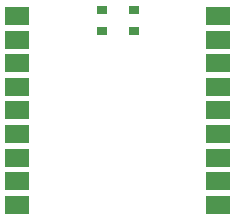
<source format=gtp>
%TF.GenerationSoftware,KiCad,Pcbnew,(5.1.9)-1*%
%TF.CreationDate,2021-09-16T08:42:28+02:00*%
%TF.ProjectId,poly_kb,706f6c79-5f6b-4622-9e6b-696361645f70,rev?*%
%TF.SameCoordinates,Original*%
%TF.FileFunction,Paste,Top*%
%TF.FilePolarity,Positive*%
%FSLAX46Y46*%
G04 Gerber Fmt 4.6, Leading zero omitted, Abs format (unit mm)*
G04 Created by KiCad (PCBNEW (5.1.9)-1) date 2021-09-16 08:42:28*
%MOMM*%
%LPD*%
G01*
G04 APERTURE LIST*
%ADD10R,2.000000X1.500000*%
%ADD11R,0.950000X0.800000*%
G04 APERTURE END LIST*
D10*
%TO.C,J4*%
X279019000Y-124840000D03*
X279019000Y-122840000D03*
X279019000Y-120840000D03*
X279019000Y-108840000D03*
X279019000Y-118840000D03*
X279019000Y-110840000D03*
X279019000Y-112840000D03*
X279019000Y-114840000D03*
X279019000Y-116840000D03*
%TD*%
%TO.C,J3*%
X262001000Y-124840000D03*
X262001000Y-122840000D03*
X262001000Y-120840000D03*
X262001000Y-108840000D03*
X262001000Y-118840000D03*
X262001000Y-110840000D03*
X262001000Y-112840000D03*
X262001000Y-114840000D03*
X262001000Y-116840000D03*
%TD*%
D11*
%TO.C,LED1*%
X271875000Y-108330000D03*
X269145000Y-108330000D03*
X271875000Y-110110000D03*
X269145000Y-110110000D03*
%TD*%
M02*

</source>
